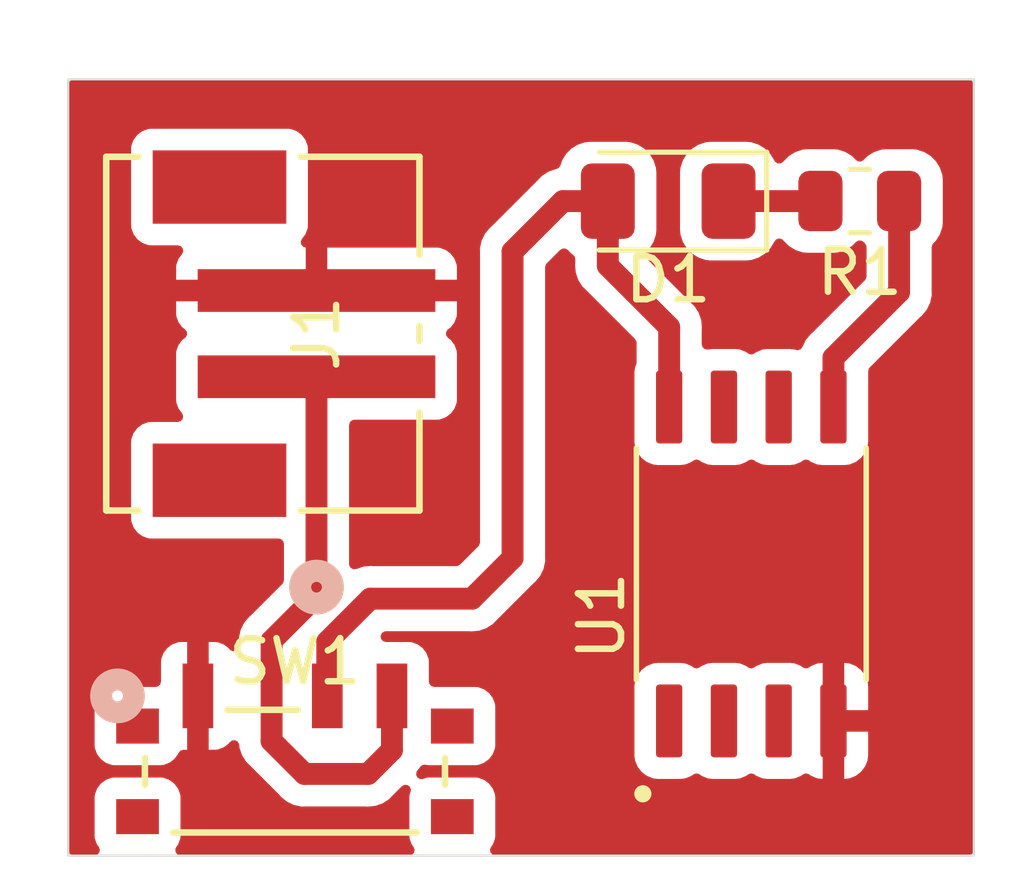
<source format=kicad_pcb>
(kicad_pcb (version 20221018) (generator pcbnew)
  (layers (0 "F.Cu" signal) (31 "B.Cu" signal) (34 "B.Paste" user) (35 "F.Paste" user) (36 "B.SilkS" user "B.Silkscreen") (37 "F.SilkS" user "F.Silkscreen") (38 "B.Mask" user) (39 "F.Mask" user) (44 "Edge.Cuts" user))
  (net 0 "")
  (net 1 "Net-(D1-K)")
  (net 2 "/vcc")
  (net 3 "/GND")
  (net 4 "/LED")
  (net 10 "/vin")
  (footprint "LED_SMD:LED_1206_3216Metric" (layer "F.Cu") (at 95.9134 53.8226 180)
    (fp_text reference "D1" (at 0 -1.82) (layer "F.SilkS"))
    (fp_text value "LED")
    (fp_line (start -2.285 -1.135) (end -2.285 1.135) (stroke (width 0.12)) (layer "F.SilkS"))
    (fp_line (start -2.285 1.135) (end 1.6 1.135) (stroke (width 0.12)) (layer "F.SilkS"))
    (fp_line (start 1.6 -1.135) (end -2.285 -1.135) (stroke (width 0.12)) (layer "F.SilkS"))
    (pad "1" smd roundrect (at -1.4 0 180) (size 1.25 1.75) (layers "F.Cu" "F.Paste" "F.Mask") (roundrect_rratio 0.2) (net 1 "Net-(D1-K)"))
    (pad "2" smd roundrect (at 1.4 0 180) (size 1.25 1.75) (layers "F.Cu" "F.Paste" "F.Mask") (roundrect_rratio 0.2) (net 2 "/vcc"))
  )
  (footprint "Library:SOIC127P794X202-8N" (layer "F.Cu") (at 97.8408 62.2378 90)
    (fp_text reference "U1" (at -1.205 -3.477 90) (layer "F.SilkS"))
    (fp_text value "ATTINY45-20SU")
    (fp_line (start -2.69 -2.665) (end 2.69 -2.665) (stroke (width 0.127)) (layer "F.SilkS"))
    (fp_line (start -2.69 2.665) (end 2.69 2.665) (stroke (width 0.127)) (layer "F.SilkS"))
    (fp_circle (center -5.33 -2.515) (end -5.23 -2.515) (stroke (width 0.2)) (fill none) (layer "F.SilkS"))
    (pad "1" smd roundrect (at -3.64 -1.905 90) (size 1.69 0.61) (layers "F.Cu" "F.Paste" "F.Mask") (roundrect_rratio 0.125))
    (pad "2" smd roundrect (at -3.64 -0.635 90) (size 1.69 0.61) (layers "F.Cu" "F.Paste" "F.Mask") (roundrect_rratio 0.125))
    (pad "3" smd roundrect (at -3.64 0.635 90) (size 1.69 0.61) (layers "F.Cu" "F.Paste" "F.Mask") (roundrect_rratio 0.125))
    (pad "4" smd roundrect (at -3.64 1.905 90) (size 1.69 0.61) (layers "F.Cu" "F.Paste" "F.Mask") (roundrect_rratio 0.125) (net 3 "/GND"))
    (pad "5" smd roundrect (at 3.64 1.905 90) (size 1.69 0.61) (layers "F.Cu" "F.Paste" "F.Mask") (roundrect_rratio 0.125) (net 4 "/LED"))
    (pad "6" smd roundrect (at 3.64 0.635 90) (size 1.69 0.61) (layers "F.Cu" "F.Paste" "F.Mask") (roundrect_rratio 0.125))
    (pad "7" smd roundrect (at 3.64 -0.635 90) (size 1.69 0.61) (layers "F.Cu" "F.Paste" "F.Mask") (roundrect_rratio 0.125))
    (pad "8" smd roundrect (at 3.64 -1.905 90) (size 1.69 0.61) (layers "F.Cu" "F.Paste" "F.Mask") (roundrect_rratio 0.125) (net 2 "/vcc"))
  )
  (footprint "Resistor_SMD:R_0805_2012Metric" (layer "F.Cu") (at 100.3565 53.8196 180)
    (fp_text reference "R1" (at 0 -1.65) (layer "F.SilkS"))
    (fp_text value "R")
    (fp_line (start -0.227064 -0.735) (end 0.227064 -0.735) (stroke (width 0.12)) (layer "F.SilkS"))
    (fp_line (start -0.227064 0.735) (end 0.227064 0.735) (stroke (width 0.12)) (layer "F.SilkS"))
    (pad "1" smd roundrect (at -0.9125 0 180) (size 1.025 1.4) (layers "F.Cu" "F.Paste" "F.Mask") (roundrect_rratio 0.243902) (net 4 "/LED"))
    (pad "2" smd roundrect (at 0.9125 0 180) (size 1.025 1.4) (layers "F.Cu" "F.Paste" "F.Mask") (roundrect_rratio 0.243902) (net 1 "Net-(D1-K)"))
  )
  (footprint "esp_lib:B2B-PH-SM4-TBLFSN_JST" (layer "F.Cu") (at 86.5124 56.896 90)
    (fp_text reference "J1" (at 0 1.244801 90 unlocked) (layer "F.SilkS"))
    (fp_text value "B2B-PH-SM4-TBLFSN" hide)
    (fp_circle (center -5.8801 1.244801) (end -5.4991 1.244801) (stroke (width 0.508)) (fill none) (layer "B.SilkS"))
    (fp_line (start -4.1021 -3.6322) (end -4.1021 -2.88734) (stroke (width 0.1524)) (layer "F.SilkS"))
    (fp_line (start -4.1021 0.87694) (end -4.1021 3.6322) (stroke (width 0.1524)) (layer "F.SilkS"))
    (fp_line (start -4.1021 3.6322) (end -1.828041 3.6322) (stroke (width 0.1524)) (layer "F.SilkS"))
    (fp_line (start -0.171961 3.6322) (end 0.171961 3.6322) (stroke (width 0.1524)) (layer "F.SilkS"))
    (fp_line (start 1.828041 3.6322) (end 4.1021 3.6322) (stroke (width 0.1524)) (layer "F.SilkS"))
    (fp_line (start 4.1021 -3.6322) (end -4.1021 -3.6322) (stroke (width 0.1524)) (layer "F.SilkS"))
    (fp_line (start 4.1021 -2.88734) (end 4.1021 -3.6322) (stroke (width 0.1524)) (layer "F.SilkS"))
    (fp_line (start 4.1021 3.6322) (end 4.1021 0.87694) (stroke (width 0.1524)) (layer "F.SilkS"))
    (fp_circle (center -5.8801 1.244801) (end -5.4991 1.244801) (stroke (width 0.508)) (fill none) (layer "F.SilkS"))
    (pad "1" smd rect (at -1.000001 1.244801 90) (size 0.9906 5.5118) (layers "F.Cu" "F.Paste" "F.Mask") (net 10 "/vin"))
    (pad "2" smd rect (at 1.000001 1.244801 90) (size 0.9906 5.5118) (layers "F.Cu" "F.Paste" "F.Mask") (net 3 "/GND"))
    (pad "3" smd rect (at -3.399998 -1.0052 180) (size 3.0988 1.7018) (layers "F.Cu" "F.Paste" "F.Mask"))
    (pad "4" smd rect (at 3.399998 -1.0052 180) (size 3.0988 1.7018) (layers "F.Cu" "F.Paste" "F.Mask"))
  )
  (footprint "Library:CUS-12TB_NDC" (layer "F.Cu") (at 87.25662 67.042801)
    (fp_text reference "SW1" (at 0 -2.54 unlocked) (layer "F.SilkS"))
    (fp_text value "CUS-12TB" hide)
    (fp_circle (center -4.1148 -1.7454) (end -3.7338 -1.7454) (stroke (width 0.508)) (fill none) (layer "B.SilkS"))
    (fp_line (start -3.4798 0.315459) (end -3.4798 -0.306259) (stroke (width 0.1524)) (layer "F.SilkS"))
    (fp_line (start -1.561663 -1.4224) (end 0.06166 -1.4224) (stroke (width 0.1524)) (layer "F.SilkS"))
    (fp_line (start 2.82194 1.422399) (end -2.82194 1.422399) (stroke (width 0.1524)) (layer "F.SilkS"))
    (fp_line (start 3.4798 -0.306259) (end 3.4798 0.315459) (stroke (width 0.1524)) (layer "F.SilkS"))
    (pad "1" smd rect (at -2.250003 -1.7454) (size 0.7112 1.4986) (layers "F.Cu" "F.Paste" "F.Mask") (net 3 "/GND"))
    (pad "2" smd rect (at 0.75 -1.7454) (size 0.7112 1.4986) (layers "F.Cu" "F.Paste" "F.Mask") (net 2 "/vcc"))
    (pad "3" smd rect (at 2.25 -1.7454) (size 0.7112 1.4986) (layers "F.Cu" "F.Paste" "F.Mask") (net 10 "/vin"))
    (pad "4" smd rect (at -3.65 -1.045399) (size 0.9906 0.8128) (layers "F.Cu" "F.Paste" "F.Mask"))
    (pad "5" smd rect (at 3.65 -1.045399) (size 0.9906 0.8128) (layers "F.Cu" "F.Paste" "F.Mask"))
    (pad "6" smd rect (at -3.64998 1.054599) (size 0.9906 0.8128) (layers "F.Cu" "F.Paste" "F.Mask"))
    (pad "7" smd rect (at 3.64998 1.054599) (size 0.9906 0.8128) (layers "F.Cu" "F.Paste" "F.Mask"))
  )
  (gr_rect (start 82 51) (end 103 69) (stroke (width 0.05)) (fill none) (layer "Edge.Cuts"))
  (segment (start 99.441 53.8226) (end 99.444 53.8196) (width 0.508) (layer "F.Cu") (net 1))
  (segment (start 97.3134 53.8226) (end 99.441 53.8226) (width 0.508) (layer "F.Cu") (net 1))
  (segment (start 88.00662 64.040101) (end 89.003921 63.0428) (width 0.508) (layer "F.Cu") (net 2))
  (segment (start 92.3036 62.103) (end 92.3036 54.991) (width 0.508) (layer "F.Cu") (net 2))
  (segment (start 95.9358 56.7436) (end 95.9358 58.5978) (width 0.508) (layer "F.Cu") (net 2))
  (segment (start 91.3638 63.0428) (end 92.3036 62.103) (width 0.508) (layer "F.Cu") (net 2))
  (segment (start 88.00662 65.297401) (end 88.00662 64.040101) (width 0.508) (layer "F.Cu") (net 2))
  (segment (start 89.003921 63.0428) (end 91.3638 63.0428) (width 0.508) (layer "F.Cu") (net 2))
  (segment (start 93.472 53.8226) (end 94.5134 53.8226) (width 0.508) (layer "F.Cu") (net 2))
  (segment (start 94.5134 55.3212) (end 95.9358 56.7436) (width 0.508) (layer "F.Cu") (net 2))
  (segment (start 92.3036 54.991) (end 93.472 53.8226) (width 0.508) (layer "F.Cu") (net 2))
  (segment (start 94.5134 53.8226) (end 94.5134 55.3212) (width 0.508) (layer "F.Cu") (net 2))
  (segment (start 99.7458 58.5978) (end 99.7458 57.4548) (width 0.508) (layer "F.Cu") (net 4))
  (segment (start 99.7458 57.4548) (end 101.269 55.9316) (width 0.508) (layer "F.Cu") (net 4))
  (segment (start 101.269 55.9316) (end 101.269 53.8196) (width 0.508) (layer "F.Cu") (net 4))
  (segment (start 87.4776 67.1068) (end 88.954521 67.1068) (width 0.508) (layer "F.Cu") (net 10))
  (segment (start 88.954521 67.1068) (end 89.50662 66.554701) (width 0.508) (layer "F.Cu") (net 10))
  (segment (start 87.757201 62.97713) (end 86.7156 64.018731) (width 0.508) (layer "F.Cu") (net 10))
  (segment (start 86.7156 64.018731) (end 86.7156 66.3448) (width 0.508) (layer "F.Cu") (net 10))
  (segment (start 87.757201 57.896001) (end 87.757201 62.97713) (width 0.508) (layer "F.Cu") (net 10))
  (segment (start 89.50662 66.554701) (end 89.50662 65.297401) (width 0.508) (layer "F.Cu") (net 10))
  (segment (start 86.7156 66.3448) (end 87.4776 67.1068) (width 0.508) (layer "F.Cu") (net 10))
  (zone (net 3) (net_name "/GND") (layer "F.Cu") (connect_pads (clearance 0.5)) (min_thickness 0.25) (fill yes (thermal_gap 0.5) (thermal_bridge_width 0.5))
    (polygon (pts (xy 80.4164 49.4538) (xy 104.1146 49.4792) (xy 104.1654 69.9008) (xy 80.6196 69.9262)))
  )
)
</source>
